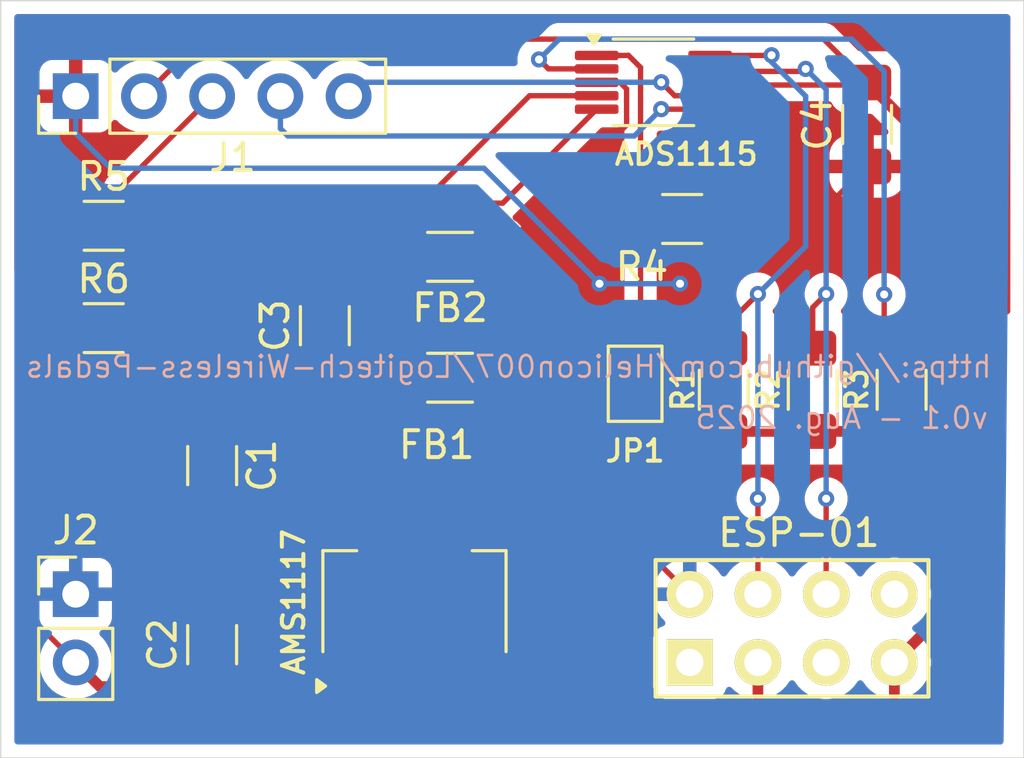
<source format=kicad_pcb>
(kicad_pcb (version 20241229) (generator "pcbnew") (generator_version "9.0")
  (title_block (title "ESPnow 4 channel AD Sender PCB") (date "2025-08-03") (rev "0.1"))
  (layers (0 "F.Cu" signal) (2 "B.Cu" signal) (13 "F.Paste" user) (15 "B.Paste" user) (5 "F.SilkS" user "F.Silkscreen") (7 "B.SilkS" user "B.Silkscreen") (1 "F.Mask" user) (3 "B.Mask" user) (25 "Edge.Cuts" user))
  (net 0 "")
  (net 1 "+3.3V")
  (net 2 "GND")
  (net 3 "+BATT")
  (net 4 "GNDREF")
  (net 5 "Net-(J1-Pin_2)")
  (net 6 "/Clutch")
  (net 7 "/Accerleration")
  (net 8 "/Brake")
  (net 9 "Net-(JP1-B)")
  (net 10 "Net-(U1-GPIO2)")
  (net 11 "Net-(U1-GPIO0)")
  (net 12 "Net-(U2-ALERT{slash}RDY)")
  (net 13 "/Vbat")
  (footprint "Resistor_SMD:R_1206_3216Metric_Pad1.30x1.75mm_HandSolder" (layer "F.Cu") (at 119.65 91.45 90)
    (property "Reference" "R3" (at 0 -1.667 90) (layer "F.SilkS") (effects (font (size 0.8 0.8))))
    (property "Value" "10k")
    (fp_line (start -0.727064 -0.91) (end 0.727064 -0.91) (stroke (width 0.12)) (layer "F.SilkS"))
    (fp_line (start -0.727064 0.91) (end 0.727064 0.91) (stroke (width 0.12)) (layer "F.SilkS"))
    (pad "1" smd roundrect (at -1.55 0 90) (size 1.3 1.75) (layers "F.Cu" "F.Mask" "F.Paste") (roundrect_rratio 0.192308) (net 5 "Net-(J1-Pin_2)"))
    (pad "2" smd roundrect (at 1.55 0 90) (size 1.3 1.75) (layers "F.Cu" "F.Mask" "F.Paste") (roundrect_rratio 0.192308) (net 12 "Net-(U2-ALERT{slash}RDY)"))
  )
  (footprint "Package_SO:MSOP-10_3x3mm_P0.5mm" (layer "F.Cu") (at 110.4095 80.002)
    (property "Reference" "ADS1115" (at 1.2235 2.675 0) (layer "F.SilkS") (effects (font (size 0.8 0.8))))
    (property "Value" "ADS1115IDGS")
    (fp_line (start 0 -1.61) (end -1.5 -1.61) (stroke (width 0.12)) (layer "F.SilkS"))
    (fp_line (start 0 -1.61) (end 1.5 -1.61) (stroke (width 0.12)) (layer "F.SilkS"))
    (fp_line (start 0 1.61) (end -1.5 1.61) (stroke (width 0.12)) (layer "F.SilkS"))
    (fp_line (start 0 1.61) (end 1.5 1.61) (stroke (width 0.12)) (layer "F.SilkS"))
    (fp_poly (pts (xy -2.2125 -1.435) (xy -2.4525 -1.765) (xy -1.9725 -1.765)) (stroke (width 0.12)) (fill yes) (layer "F.SilkS"))
    (pad "1" smd roundrect (at -2.1125 -1) (size 1.625 0.35) (layers "F.Cu" "F.Mask" "F.Paste") (net 9 "Net-(JP1-B)"))
    (pad "2" smd roundrect (at -2.1125 -0.5) (size 1.625 0.35) (layers "F.Cu" "F.Mask" "F.Paste") (net 12 "Net-(U2-ALERT{slash}RDY)"))
    (pad "3" smd roundrect (at -2.1125 0) (size 1.625 0.35) (layers "F.Cu" "F.Mask" "F.Paste") (net 4 "GNDREF"))
    (pad "4" smd roundrect (at -2.1125 0.5) (size 1.625 0.35) (layers "F.Cu" "F.Mask" "F.Paste") (net 13 "/Vbat"))
    (pad "5" smd roundrect (at -2.1125 1) (size 1.625 0.35) (layers "F.Cu" "F.Mask" "F.Paste") (net 7 "/Accerleration"))
    (pad "6" smd roundrect (at 2.1125 1) (size 1.625 0.35) (layers "F.Cu" "F.Mask" "F.Paste") (net 8 "/Brake"))
    (pad "7" smd roundrect (at 2.1125 0.5) (size 1.625 0.35) (layers "F.Cu" "F.Mask" "F.Paste") (net 6 "/Clutch"))
    (pad "8" smd roundrect (at 2.1125 0) (size 1.625 0.35) (layers "F.Cu" "F.Mask" "F.Paste") (net 5 "Net-(J1-Pin_2)"))
    (pad "9" smd roundrect (at 2.1125 -0.5) (size 1.625 0.35) (layers "F.Cu" "F.Mask" "F.Paste") (net 11 "Net-(U1-GPIO0)"))
    (pad "10" smd roundrect (at 2.1125 -1) (size 1.625 0.35) (layers "F.Cu" "F.Mask" "F.Paste") (net 10 "Net-(U1-GPIO2)"))
  )
  (footprint "Capacitor_SMD:C_1206_3216Metric_Pad1.33x1.80mm_HandSolder" (layer "F.Cu") (at 93.98 100.9375 90)
    (property "Reference" "C2" (at 0 -1.85 90) (layer "F.SilkS"))
    (property "Value" "10µF")
    (fp_line (start -0.711252 -0.91) (end 0.711252 -0.91) (stroke (width 0.12)) (layer "F.SilkS"))
    (fp_line (start -0.711252 0.91) (end 0.711252 0.91) (stroke (width 0.12)) (layer "F.SilkS"))
    (pad "1" smd roundrect (at -1.5625 0 90) (size 1.325 1.8) (layers "F.Cu" "F.Mask" "F.Paste") (roundrect_rratio 0.188679) (net 3 "+BATT"))
    (pad "2" smd roundrect (at 1.5625 0 90) (size 1.325 1.8) (layers "F.Cu" "F.Mask" "F.Paste") (roundrect_rratio 0.188679) (net 2 "GND"))
  )
  (footprint "Connector_PinHeader_2.54mm:PinHeader_1x05_P2.54mm_Vertical" (layer "F.Cu") (at 88.9 80.518 90)
    (property "Reference" "J1" (at -2.286 5.842 180) (layer "F.SilkS"))
    (property "Value" "Pedals")
    (fp_line (start -1.38 -1.38) (end 0 -1.38) (stroke (width 0.12)) (layer "F.SilkS"))
    (fp_line (start -1.38 0) (end -1.38 -1.38) (stroke (width 0.12)) (layer "F.SilkS"))
    (fp_line (start 1.38 1.27) (end 1.38 11.54) (stroke (width 0.12)) (layer "F.SilkS"))
    (fp_line (start -1.38 1.27) (end 1.38 1.27) (stroke (width 0.12)) (layer "F.SilkS"))
    (fp_line (start -1.38 1.27) (end -1.38 11.54) (stroke (width 0.12)) (layer "F.SilkS"))
    (fp_line (start -1.38 11.54) (end 1.38 11.54) (stroke (width 0.12)) (layer "F.SilkS"))
    (pad "1" thru_hole rect (at 0 0 90) (size 1.7 1.7) (drill 1) (layers "*.Cu" "*.Mask") (net 4 "GNDREF"))
    (pad "2" thru_hole circle (at 0 2.54 90) (size 1.7 1.7) (drill 1) (layers "*.Cu" "*.Mask") (net 5 "Net-(J1-Pin_2)"))
    (pad "3" thru_hole circle (at 0 5.08 90) (size 1.7 1.7) (drill 1) (layers "*.Cu" "*.Mask") (net 7 "/Accerleration"))
    (pad "4" thru_hole circle (at 0 7.62 90) (size 1.7 1.7) (drill 1) (layers "*.Cu" "*.Mask") (net 8 "/Brake"))
    (pad "5" thru_hole circle (at 0 10.16 90) (size 1.7 1.7) (drill 1) (layers "*.Cu" "*.Mask") (net 6 "/Clutch"))
  )
  (footprint "kicad-ESP8266:ESP-01" (layer "F.Cu") (at 111.76 101.6 90)
    (property "Reference" "ESP-01" (at 4.826 4.064 180) (layer "F.SilkS"))
    (property "Value" "ESP-01v090")
    (fp_line (start 3.81 -1.27) (end 1.27 -1.27) (stroke (width 0.1524)) (layer "F.SilkS"))
    (fp_line (start 1.27 -1.27) (end -1.27 -1.27) (stroke (width 0.1524)) (layer "F.SilkS"))
    (fp_line (start -1.27 -1.27) (end -1.27 1.27) (stroke (width 0.1524)) (layer "F.SilkS"))
    (fp_line (start -1.27 1.27) (end -1.27 8.89) (stroke (width 0.1524)) (layer "F.SilkS"))
    (fp_line (start 3.81 8.89) (end 3.81 -1.27) (stroke (width 0.1524)) (layer "F.SilkS"))
    (fp_line (start -1.27 8.89) (end 3.81 8.89) (stroke (width 0.1524)) (layer "F.SilkS"))
    (pad "1" thru_hole rect (at 0 0 90) (size 1.7272 1.7272) (drill 1.016) (layers "*.Cu" "*.Mask" "F.SilkS"))
    (pad "2" thru_hole oval (at 2.54 0 90) (size 1.7272 1.7272) (drill 1.016) (layers "*.Cu" "*.Mask" "F.SilkS") (net 2 "GND"))
    (pad "3" thru_hole oval (at 0 2.54 90) (size 1.7272 1.7272) (drill 1.016) (layers "*.Cu" "*.Mask" "F.SilkS") (net 5 "Net-(J1-Pin_2)"))
    (pad "4" thru_hole oval (at 2.54 2.54 90) (size 1.7272 1.7272) (drill 1.016) (layers "*.Cu" "*.Mask" "F.SilkS") (net 10 "Net-(U1-GPIO2)"))
    (pad "5" thru_hole oval (at 0 5.08 90) (size 1.7272 1.7272) (drill 1.016) (layers "*.Cu" "*.Mask" "F.SilkS"))
    (pad "6" thru_hole oval (at 2.54 5.08 90) (size 1.7272 1.7272) (drill 1.016) (layers "*.Cu" "*.Mask" "F.SilkS") (net 11 "Net-(U1-GPIO0)"))
    (pad "7" thru_hole oval (at 0 7.62 90) (size 1.7272 1.7272) (drill 1.016) (layers "*.Cu" "*.Mask" "F.SilkS") (net 5 "Net-(J1-Pin_2)"))
    (pad "8" thru_hole oval (at 2.54 7.62 90) (size 1.7272 1.7272) (drill 1.016) (layers "*.Cu" "*.Mask" "F.SilkS"))
  )
  (footprint "Connector_PinHeader_2.54mm:PinHeader_1x02_P2.54mm_Vertical" (layer "F.Cu") (at 88.9 99.06)
    (property "Reference" "J2" (at 0 -2.38 0) (layer "F.SilkS"))
    (property "Value" "Battery")
    (fp_line (start -1.38 -1.38) (end 0 -1.38) (stroke (width 0.12)) (layer "F.SilkS"))
    (fp_line (start -1.38 0) (end -1.38 -1.38) (stroke (width 0.12)) (layer "F.SilkS"))
    (fp_line (start -1.38 1.27) (end -1.38 3.92) (stroke (width 0.12)) (layer "F.SilkS"))
    (fp_line (start -1.38 1.27) (end 1.38 1.27) (stroke (width 0.12)) (layer "F.SilkS"))
    (fp_line (start -1.38 3.92) (end 1.38 3.92) (stroke (width 0.12)) (layer "F.SilkS"))
    (fp_line (start 1.38 1.27) (end 1.38 3.92) (stroke (width 0.12)) (layer "F.SilkS"))
    (pad "1" thru_hole rect (at 0 0) (size 1.7 1.7) (drill 1) (layers "*.Cu" "*.Mask") (net 2 "GND"))
    (pad "2" thru_hole circle (at 0 2.54) (size 1.7 1.7) (drill 1) (layers "*.Cu" "*.Mask") (net 3 "+BATT"))
  )
  (footprint "Resistor_SMD:R_1206_3216Metric_Pad1.30x1.75mm_HandSolder" (layer "F.Cu") (at 111.48 85.09)
    (property "Reference" "R4" (at -1.498 1.778 0) (layer "F.SilkS"))
    (property "Value" "10k")
    (fp_line (start -0.727064 -0.91) (end 0.727064 -0.91) (stroke (width 0.12)) (layer "F.SilkS"))
    (fp_line (start -0.727064 0.91) (end 0.727064 0.91) (stroke (width 0.12)) (layer "F.SilkS"))
    (pad "1" smd roundrect (at -1.55 0) (size 1.3 1.75) (layers "F.Cu" "F.Mask" "F.Paste") (roundrect_rratio 0.192308) (net 9 "Net-(JP1-B)"))
    (pad "2" smd roundrect (at 1.55 0) (size 1.3 1.75) (layers "F.Cu" "F.Mask" "F.Paste") (roundrect_rratio 0.192308) (net 4 "GNDREF"))
  )
  (footprint "Capacitor_SMD:C_1206_3216Metric_Pad1.33x1.80mm_HandSolder" (layer "F.Cu") (at 93.98 94.2725 -90)
    (property "Reference" "C1" (at 0 -1.85 90) (layer "F.SilkS"))
    (property "Value" "22µF")
    (fp_line (start -0.711252 0.91) (end 0.711252 0.91) (stroke (width 0.12)) (layer "F.SilkS"))
    (fp_line (start -0.711252 -0.91) (end 0.711252 -0.91) (stroke (width 0.12)) (layer "F.SilkS"))
    (pad "1" smd roundrect (at -1.5625 0 270) (size 1.325 1.8) (layers "F.Cu" "F.Mask" "F.Paste") (roundrect_rratio 0.188679) (net 1 "+3.3V"))
    (pad "2" smd roundrect (at 1.5625 0 270) (size 1.325 1.8) (layers "F.Cu" "F.Mask" "F.Paste") (roundrect_rratio 0.188679) (net 2 "GND"))
  )
  (footprint "Resistor_SMD:R_1206_3216Metric_Pad1.30x1.75mm_HandSolder" (layer "F.Cu") (at 116.34 91.45 90)
    (property "Reference" "R2" (at 0 -1.659 90) (layer "F.SilkS") (effects (font (size 0.8 0.8))))
    (property "Value" "10k")
    (fp_line (start -0.727064 -0.91) (end 0.727064 -0.91) (stroke (width 0.12)) (layer "F.SilkS"))
    (fp_line (start -0.727064 0.91) (end 0.727064 0.91) (stroke (width 0.12)) (layer "F.SilkS"))
    (pad "1" smd roundrect (at -1.55 0 90) (size 1.3 1.75) (layers "F.Cu" "F.Mask" "F.Paste") (roundrect_rratio 0.192308) (net 5 "Net-(J1-Pin_2)"))
    (pad "2" smd roundrect (at 1.55 0 90) (size 1.3 1.75) (layers "F.Cu" "F.Mask" "F.Paste") (roundrect_rratio 0.192308) (net 11 "Net-(U1-GPIO0)"))
  )
  (footprint "Capacitor_SMD:C_1206_3216Metric_Pad1.33x1.80mm_HandSolder" (layer "F.Cu") (at 98.175 89.0625 90)
    (property "Reference" "C3" (at 0 -1.85 90) (layer "F.SilkS"))
    (property "Value" "1µF")
    (fp_line (start -0.711252 -0.91) (end 0.711252 -0.91) (stroke (width 0.12)) (layer "F.SilkS"))
    (fp_line (start -0.711252 0.91) (end 0.711252 0.91) (stroke (width 0.12)) (layer "F.SilkS"))
    (pad "1" smd roundrect (at -1.5625 0 90) (size 1.325 1.8) (layers "F.Cu" "F.Mask" "F.Paste") (roundrect_rratio 0.188679) (net 1 "+3.3V"))
    (pad "2" smd roundrect (at 1.5625 0 90) (size 1.325 1.8) (layers "F.Cu" "F.Mask" "F.Paste") (roundrect_rratio 0.188679) (net 2 "GND"))
  )
  (footprint "Resistor_SMD:R_1206_3216Metric_Pad1.30x1.75mm_HandSolder" (layer "F.Cu") (at 113.03 91.45 90)
    (property "Reference" "R1" (at 0 -1.524 90) (layer "F.SilkS") (effects (font (size 0.8 0.8))))
    (property "Value" "10k")
    (fp_line (start -0.727064 -0.91) (end 0.727064 -0.91) (stroke (width 0.12)) (layer "F.SilkS"))
    (fp_line (start -0.727064 0.91) (end 0.727064 0.91) (stroke (width 0.12)) (layer "F.SilkS"))
    (pad "1" smd roundrect (at -1.55 0 90) (size 1.3 1.75) (layers "F.Cu" "F.Mask" "F.Paste") (roundrect_rratio 0.192308) (net 5 "Net-(J1-Pin_2)"))
    (pad "2" smd roundrect (at 1.55 0 90) (size 1.3 1.75) (layers "F.Cu" "F.Mask" "F.Paste") (roundrect_rratio 0.192308) (net 10 "Net-(U1-GPIO2)"))
  )
  (footprint "Inductor_SMD:L_1206_3216Metric_Pad1.22x1.90mm_HandSolder" (layer "F.Cu") (at 102.8375 86.5 180)
    (property "Reference" "FB2" (at 0 -1.9 0) (layer "F.SilkS"))
    (property "Value" "FerriteBead")
    (fp_line (start -0.835242 0.91) (end 0.835242 0.91) (stroke (width 0.12)) (layer "F.SilkS"))
    (fp_line (start -0.835242 -0.91) (end 0.835242 -0.91) (stroke (width 0.12)) (layer "F.SilkS"))
    (pad "1" smd roundrect (at -1.6625 0 180) (size 1.225 1.9) (layers "F.Cu" "F.Mask" "F.Paste") (roundrect_rratio 0.204082) (net 4 "GNDREF"))
    (pad "2" smd roundrect (at 1.6625 0 180) (size 1.225 1.9) (layers "F.Cu" "F.Mask" "F.Paste") (roundrect_rratio 0.204082) (net 2 "GND"))
  )
  (footprint "Resistor_SMD:R_1206_3216Metric_Pad1.30x1.75mm_HandSolder" (layer "F.Cu") (at 89.942 85.344)
    (property "Reference" "R5" (at 0 -1.83 0) (layer "F.SilkS"))
    (property "Value" "220k")
    (fp_line (start -0.727064 -0.91) (end 0.727064 -0.91) (stroke (width 0.12)) (layer "F.SilkS"))
    (fp_line (start -0.727064 0.91) (end 0.727064 0.91) (stroke (width 0.12)) (layer "F.SilkS"))
    (pad "1" smd roundrect (at -1.55 0) (size 1.3 1.75) (layers "F.Cu" "F.Mask" "F.Paste") (roundrect_rratio 0.192308) (net 4 "GNDREF"))
    (pad "2" smd roundrect (at 1.55 0) (size 1.3 1.75) (layers "F.Cu" "F.Mask" "F.Paste") (roundrect_rratio 0.192308) (net 13 "/Vbat"))
  )
  (footprint "Capacitor_SMD:C_1206_3216Metric_Pad1.33x1.80mm_HandSolder" (layer "F.Cu") (at 118.364 81.5725 90)
    (property "Reference" "C4" (at 0 -1.85 90) (layer "F.SilkS"))
    (property "Value" "1µF")
    (fp_line (start -0.711252 -0.91) (end 0.711252 -0.91) (stroke (width 0.12)) (layer "F.SilkS"))
    (fp_line (start -0.711252 0.91) (end 0.711252 0.91) (stroke (width 0.12)) (layer "F.SilkS"))
    (pad "1" smd roundrect (at -1.5625 0 90) (size 1.325 1.8) (layers "F.Cu" "F.Mask" "F.Paste") (roundrect_rratio 0.188679) (net 4 "GNDREF"))
    (pad "2" smd roundrect (at 1.5625 0 90) (size 1.325 1.8) (layers "F.Cu" "F.Mask" "F.Paste") (roundrect_rratio 0.188679) (net 5 "Net-(J1-Pin_2)"))
  )
  (footprint "Package_TO_SOT_SMD:SOT-223-3_TabPin2" (layer "F.Cu") (at 101.5125 99.35 90)
    (property "Reference" "AMS1117" (at 0 -4.5 90) (layer "F.SilkS") (effects (font (size 0.8 0.8))))
    (property "Value" "AMS1117-3.3")
    (fp_line (start 1.91 -3.41) (end 1.91 -2.15) (stroke (width 0.12)) (layer "F.SilkS"))
    (fp_line (start -1.85 -3.41) (end 1.91 -3.41) (stroke (width 0.12)) (layer "F.SilkS"))
    (fp_line (start 1.91 3.41) (end 1.91 2.15) (stroke (width 0.12)) (layer "F.SilkS"))
    (fp_line (start -1.85 3.41) (end 1.91 3.41) (stroke (width 0.12)) (layer "F.SilkS"))
    (fp_poly (pts (xy -3.13 -3.31) (xy -3.37 -3.64) (xy -2.89 -3.64) (xy -3.13 -3.31)) (stroke (width 0.12)) (fill yes) (layer "F.SilkS"))
    (pad "1" smd roundrect (at -3.15 -2.3 90) (size 2 1.5) (layers "F.Cu" "F.Mask" "F.Paste") (net 2 "GND"))
    (pad "2" smd roundrect (at -3.15 0 90) (size 2 1.5) (layers "F.Cu" "F.Mask" "F.Paste") (net 1 "+3.3V"))
    (pad "2" smd roundrect (at 3.15 0 90) (size 2 3.8) (layers "F.Cu" "F.Mask" "F.Paste") (net 1 "+3.3V"))
    (pad "3" smd roundrect (at -3.15 2.3 90) (size 2 1.5) (layers "F.Cu" "F.Mask" "F.Paste") (net 3 "+BATT"))
  )
  (footprint "Jumper:SolderJumper-2_P1.3mm_Open_TrianglePad1.0x1.5mm" (layer "F.Cu") (at 109.728 91.225 90)
    (property "Reference" "JP1" (at -2.501 0 180) (layer "F.SilkS") (effects (font (size 0.8 0.8))))
    (property "Value" "addr")
    (fp_line (start 1.4 -1) (end 1.4 1) (stroke (width 0.12)) (layer "F.SilkS"))
    (fp_line (start -1.4 -1) (end 1.4 -1) (stroke (width 0.12)) (layer "F.SilkS"))
    (fp_line (start 1.4 1) (end -1.4 1) (stroke (width 0.12)) (layer "F.SilkS"))
    (fp_line (start -1.4 1) (end -1.4 -1) (stroke (width 0.12)) (layer "F.SilkS"))
    (pad "1" smd custom (at -0.725 0 90) (size 0.3 0.3) (layers "F.Cu" "F.Mask") (net 5 "Net-(J1-Pin_2)") (options (clearance outline) (anchor rect)) (primitives (gr_poly (pts (xy 1 0) (xy 0.5 0.75) (xy -0.5 0.75) (xy -0.5 -0.75) (xy 0.5 -0.75)) (width 0) (fill yes))))
    (pad "2" smd custom (at 0.725 0 90) (size 0.3 0.3) (layers "F.Cu" "F.Mask") (net 9 "Net-(JP1-B)") (options (clearance outline) (anchor rect)) (primitives (gr_poly (pts (xy 0.5 0.75) (xy -0.65 0.75) (xy -0.15 0) (xy -0.65 -0.75) (xy 0.5 -0.75)) (width 0) (fill yes))))
  )
  (footprint "Inductor_SMD:L_1206_3216Metric_Pad1.22x1.90mm_HandSolder" (layer "F.Cu") (at 102.8375 91 180)
    (property "Reference" "FB1" (at 0.5 -2.5 0) (layer "F.SilkS"))
    (property "Value" "FerriteBead")
    (fp_line (start -0.835242 0.91) (end 0.835242 0.91) (stroke (width 0.12)) (layer "F.SilkS"))
    (fp_line (start -0.835242 -0.91) (end 0.835242 -0.91) (stroke (width 0.12)) (layer "F.SilkS"))
    (pad "1" smd roundrect (at -1.6625 0 180) (size 1.225 1.9) (layers "F.Cu" "F.Mask" "F.Paste") (roundrect_rratio 0.204082) (net 5 "Net-(J1-Pin_2)"))
    (pad "2" smd roundrect (at 1.6625 0 180) (size 1.225 1.9) (layers "F.Cu" "F.Mask" "F.Paste") (roundrect_rratio 0.204082) (net 1 "+3.3V"))
  )
  (footprint "Resistor_SMD:R_1206_3216Metric_Pad1.30x1.75mm_HandSolder" (layer "F.Cu") (at 89.942 89.154)
    (property "Reference" "R6" (at 0 -1.83 0) (layer "F.SilkS"))
    (property "Value" "100k")
    (fp_line (start -0.727064 -0.91) (end 0.727064 -0.91) (stroke (width 0.12)) (layer "F.SilkS"))
    (fp_line (start -0.727064 0.91) (end 0.727064 0.91) (stroke (width 0.12)) (layer "F.SilkS"))
    (pad "1" smd roundrect (at -1.55 0) (size 1.3 1.75) (layers "F.Cu" "F.Mask" "F.Paste") (roundrect_rratio 0.192308) (net 3 "+BATT"))
    (pad "2" smd roundrect (at 1.55 0) (size 1.3 1.75) (layers "F.Cu" "F.Mask" "F.Paste") (roundrect_rratio 0.192308) (net 13 "/Vbat"))
  )
  (gr_rect (start 86.106 76.962) (end 124.206 105.156) (stroke (width 0.05)) (fill no) (layer "Edge.Cuts"))
  (gr_text "v0.1 - Aug. 2025" (at 122.936 92.964 0) (layer "B.SilkS") (effects (font (size 0.8 0.8) (thickness 0.1)) (justify left bottom mirror)))
  (gr_text "https://github.com/Helicon007/Logitech-Wireless-Pedals" (at 123.063 91.059 0) (layer "B.SilkS") (effects (font (size 0.8 0.8) (thickness 0.1)) (justify left bottom mirror)))
  (segment (start 101.5125 96.2) (end 101.5125 91.3375) (width 0.4) (layer "F.Cu") (net 1))
  (segment (start 98.175 90.625) (end 95.303 90.625) (width 0.4) (layer "F.Cu") (net 1))
  (segment (start 101.175 91) (end 101.024 91) (width 0.2) (layer "F.Cu") (net 1))
  (segment (start 101.024 91) (end 100.649 90.625) (width 0.2) (layer "F.Cu") (net 1))
  (segment (start 93.98 91.948) (end 93.98 92.71) (width 0.4) (layer "F.Cu") (net 1))
  (segment (start 101.5125 91.3375) (end 101.175 91) (width 0.2) (layer "F.Cu") (net 1))
  (segment (start 95.303 90.625) (end 93.98 91.948) (width 0.4) (layer "F.Cu") (net 1))
  (segment (start 101.5125 102.5) (end 101.5125 96.2) (width 0.4) (layer "F.Cu") (net 1))
  (segment (start 100.649 90.625) (end 98.175 90.625) (width 0.4) (layer "F.Cu") (net 1))
  (segment (start 88.9 99.06) (end 93.665 99.06) (width 0.2) (layer "F.Cu") (net 2))
  (segment (start 97.34134 87.5) (end 92.779 92.06234) (width 0.2) (layer "F.Cu") (net 2))
  (segment (start 101.175 86.5) (end 100.175 87.5) (width 0.2) (layer "F.Cu") (net 2))
  (segment (start 92.779 94.634) (end 93.98 95.835) (width 0.2) (layer "F.Cu") (net 2))
  (segment (start 101.175 87.775) (end 102.9 89.5) (width 0.2) (layer "F.Cu") (net 2))
  (segment (start 100.175 87.5) (end 98.175 87.5) (width 0.2) (layer "F.Cu") (net 2))
  (segment (start 102.9 93) (end 103.7 93.8) (width 0.2) (layer "F.Cu") (net 2))
  (segment (start 92.779 92.06234) (end 92.779 94.634) (width 0.2) (layer "F.Cu") (net 2))
  (segment (start 101.175 86.5) (end 101.175 87.775) (width 0.2) (layer "F.Cu") (net 2))
  (segment (start 106.5 93.8) (end 111.76 99.06) (width 0.2) (layer "F.Cu") (net 2))
  (segment (start 93.665 99.06) (end 93.98 99.375) (width 0.2) (layer "F.Cu") (net 2))
  (segment (start 96.0875 99.375) (end 99.2125 102.5) (width 0.2) (layer "F.Cu") (net 2))
  (segment (start 102.9 89.5) (end 102.9 93) (width 0.2) (layer "F.Cu") (net 2))
  (segment (start 103.7 93.8) (end 106.5 93.8) (width 0.2) (layer "F.Cu") (net 2))
  (segment (start 93.98 99.375) (end 93.98 95.835) (width 0.2) (layer "F.Cu") (net 2))
  (segment (start 93.98 99.375) (end 96.0875 99.375) (width 0.2) (layer "F.Cu") (net 2))
  (segment (start 98.175 87.5) (end 97.34134 87.5) (width 0.2) (layer "F.Cu") (net 2))
  (segment (start 94.742 104.394) (end 103.124 104.394) (width 0.4) (layer "F.Cu") (net 3))
  (segment (start 89.8 102.5) (end 93.98 102.5) (width 0.4) (layer "F.Cu") (net 3))
  (segment (start 103.124 104.394) (end 103.8125 103.7055) (width 0.4) (layer "F.Cu") (net 3))
  (segment (start 103.8125 103.7055) (end 103.8125 102.5) (width 0.4) (layer "F.Cu") (net 3))
  (segment (start 93.98 102.5) (end 93.98 103.632) (width 0.4) (layer "F.Cu") (net 3))
  (segment (start 93.98 103.632) (end 94.742 104.394) (width 0.4) (layer "F.Cu") (net 3))
  (segment (start 88.9 101.6) (end 87.122 99.822) (width 0.2) (layer "F.Cu") (net 3))
  (segment (start 87.122 90.424) (end 88.392 89.154) (width 0.2) (layer "F.Cu") (net 3))
  (segment (start 88.9 101.6) (end 89.8 102.5) (width 0.4) (layer "F.Cu") (net 3))
  (segment (start 87.122 99.822) (end 87.122 90.424) (width 0.2) (layer "F.Cu") (net 3))
  (segment (start 111.4 87.5) (end 113.03 85.87) (width 0.2) (layer "F.Cu") (net 4))
  (segment (start 88.9 84.836) (end 88.392 85.344) (width 0.2) (layer "F.Cu") (net 4))
  (segment (start 113.03 85.87) (end 113.03 85.09) (width 0.2) (layer "F.Cu") (net 4))
  (segment (start 113.03 85.09) (end 116.409 85.09) (width 0.2) (layer "F.Cu") (net 4))
  (segment (start 104.5 86.5) (end 109.4105 81.5895) (width 0.2) (layer "F.Cu") (net 4))
  (segment (start 109.4105 81.5895) (end 109.4105 80.251152) (width 0.2) (layer "F.Cu") (net 4))
  (segment (start 109.4105 80.251152) (end 109.161348 80.002) (width 0.2) (layer "F.Cu") (net 4))
  (segment (start 88.9 80.518) (end 88.9 84.836) (width 0.2) (layer "F.Cu") (net 4))
  (segment (start 116.409 85.09) (end 118.364 83.135) (width 0.2) (layer "F.Cu") (net 4))
  (segment (start 109.161348 80.002) (end 108.297 80.002) (width 0.2) (layer "F.Cu") (net 4))
  (segment (start 104.5 86.5) (end 105.5 87.5) (width 0.2) (layer "F.Cu") (net 4))
  (segment (start 105.5 87.5) (end 108.4 87.5) (width 0.2) (layer "F.Cu") (net 4))
  (via (at 108.4 87.5) (size 0.6) (drill 0.3) (layers "F.Cu" "B.Cu") (net 4))
  (via (at 111.4 87.5) (size 0.6) (drill 0.3) (layers "F.Cu" "B.Cu") (net 4))
  (segment (start 108.4 87.5) (end 111.4 87.5) (width 0.2) (layer "B.Cu") (net 4))
  (segment (start 104.1 83.2) (end 90.2 83.2) (width 0.2) (layer "B.Cu") (net 4))
  (segment (start 88.9 81.9) (end 88.9 80.518) (width 0.2) (layer "B.Cu") (net 4))
  (segment (start 90.2 83.2) (end 88.9 81.9) (width 0.2) (layer "B.Cu") (net 4))
  (segment (start 108.4 87.5) (end 104.1 83.2) (width 0.2) (layer "B.Cu") (net 4))
  (segment (start 118.271 80.103) (end 113.487348 80.103) (width 0.2) (layer "F.Cu") (net 5))
  (segment (start 114.3 102.87) (end 114.808 103.378) (width 0.4) (layer "F.Cu") (net 5))
  (segment (start 118.872 103.378) (end 119.38 102.87) (width 0.4) (layer "F.Cu") (net 5))
  (segment (start 93.565 78.393) (end 91.44 80.518) (width 0.2) (layer "F.Cu") (net 5))
  (segment (start 118.364 80.01) (end 118.271 80.103) (width 0.2) (layer "F.Cu") (net 5))
  (segment (start 104.5 91) (end 105.45 91.95) (width 0.4) (layer "F.Cu") (net 5))
  (segment (start 113.487348 80.103) (end 113.386348 80.002) (width 0.2) (layer "F.Cu") (net 5))
  (segment (start 121.412 94.762) (end 121.412 83.058) (width 0.4) (layer "F.Cu") (net 5))
  (segment (start 119.65 93) (end 121.412 94.762) (width 0.4) (layer "F.Cu") (net 5))
  (segment (start 118.364 80.01) (end 116.747 78.393) (width 0.2) (layer "F.Cu") (net 5))
  (segment (start 114.3 101.6) (end 114.3 102.87) (width 0.4) (layer "F.Cu") (net 5))
  (segment (start 113.03 93) (end 116.34 93) (width 0.4) (layer "F.Cu") (net 5))
  (segment (start 116.747 78.393) (end 93.565 78.393) (width 0.2) (layer "F.Cu") (net 5))
  (segment (start 121.412 83.058) (end 118.364 80.01) (width 0.4) (layer "F.Cu") (net 5))
  (segment (start 110.78 93) (end 113.03 93) (width 0.4) (layer "F.Cu") (net 5))
  (segment (start 121.412 99.568) (end 119.38 101.6) (width 0.4) (layer "F.Cu") (net 5))
  (segment (start 119.38 102.87) (end 119.38 101.6) (width 0.4) (layer "F.Cu") (net 5))
  (segment (start 109.22 91.95) (end 110.234 92.964) (width 0.4) (layer "F.Cu") (net 5))
  (segment (start 116.34 93) (end 119.65 93) (width 0.4) (layer "F.Cu") (net 5))
  (segment (start 110.744 92.964) (end 110.78 93) (width 0.4) (layer "F.Cu") (net 5))
  (segment (start 114.808 103.378) (end 118.872 103.378) (width 0.4) (layer "F.Cu") (net 5))
  (segment (start 105.45 91.95) (end 109.22 91.95) (width 0.4) (layer "F.Cu") (net 5))
  (segment (start 110.234 92.964) (end 110.744 92.964) (width 0.4) (layer "F.Cu") (net 5))
  (segment (start 113.386348 80.002) (end 112.522 80.002) (width 0.2) (layer "F.Cu") (net 5))
  (segment (start 121.412 94.762) (end 121.412 99.568) (width 0.4) (layer "F.Cu") (net 5))
  (segment (start 111.202 80.502) (end 110.7 80) (width 0.2) (layer "F.Cu") (net 6))
  (segment (start 112.522 80.502) (end 111.202 80.502) (width 0.2) (layer "F.Cu") (net 6))
  (via (at 110.7 80) (size 0.6) (drill 0.3) (layers "F.Cu" "B.Cu") (net 6))
  (segment (start 99.578 80) (end 99.06 80.518) (width 0.2) (layer "B.Cu") (net 6))
  (segment (start 110.7 80) (end 99.578 80) (width 0.2) (layer "B.Cu") (net 6))
  (segment (start 90.541 83.957) (end 90.541 90.01416) (width 0.2) (layer "F.Cu") (net 7))
  (segment (start 93.98 80.518) (end 90.541 83.957) (width 0.2) (layer "F.Cu") (net 7))
  (segment (start 90.541 90.01416) (end 90.85684 90.33) (width 0.2) (layer "F.Cu") (net 7))
  (segment (start 97.95616 84.501) (end 104.798 84.501) (width 0.2) (layer "F.Cu") (net 7))
  (segment (start 90.85684 90.33) (end 92.12716 90.33) (width 0.2) (layer "F.Cu") (net 7))
  (segment (start 92.12716 90.33) (end 97.95616 84.501) (width 0.2) (layer "F.Cu") (net 7))
  (segment (start 104.798 84.501) (end 108.297 81.002) (width 0.2) (layer "F.Cu") (net 7))
  (segment (start 110.702 81.002) (end 110.7 81) (width 0.2) (layer "F.Cu") (net 8))
  (segment (start 112.522 81.002) (end 110.702 81.002) (width 0.2) (layer "F.Cu") (net 8))
  (via (at 110.7 81) (size 0.6) (drill 0.3) (layers "F.Cu" "B.Cu") (net 8))
  (segment (start 110.7 81) (end 109.7 82) (width 0.2) (layer "B.Cu") (net 8))
  (segment (start 96.52 81.72) (end 96.52 80.518) (width 0.2) (layer "B.Cu") (net 8))
  (segment (start 109.7 82) (end 96.8 82) (width 0.2) (layer "B.Cu") (net 8))
  (segment (start 96.8 82) (end 96.52 81.72) (width 0.2) (layer "B.Cu") (net 8))
  (segment (start 109.93 89.79) (end 109.93 85.09) (width 0.2) (layer "F.Cu") (net 9))
  (segment (start 109.474 78.994) (end 109.93 79.45) (width 0.2) (layer "F.Cu") (net 9))
  (segment (start 109.93 79.45) (end 109.93 85.09) (width 0.2) (layer "F.Cu") (net 9))
  (segment (start 109.22 90.5) (end 109.93 89.79) (width 0.2) (layer "F.Cu") (net 9))
  (segment (start 109.466 79.002) (end 109.474 78.994) (width 0.2) (layer "F.Cu") (net 9))
  (segment (start 108.297 79.002) (end 109.466 79.002) (width 0.2) (layer "F.Cu") (net 9))
  (segment (start 113.03 89.154) (end 114.3 87.884) (width 0.2) (layer "F.Cu") (net 10))
  (segment (start 113.03 89.9) (end 113.03 89.154) (width 0.2) (layer "F.Cu") (net 10))
  (segment (start 114.8 79.002) (end 112.522 79.002) (width 0.2) (layer "F.Cu") (net 10))
  (segment (start 114.3 99.06) (end 114.3 95.504) (width 0.2) (layer "F.Cu") (net 10))
  (segment (start 114.808 78.994) (end 114.8 79.002) (width 0.2) (layer "F.Cu") (net 10))
  (via (at 114.3 87.884) (size 0.6) (drill 0.3) (layers "F.Cu" "B.Cu") (net 10))
  (via (at 114.3 95.504) (size 0.6) (drill 0.3) (layers "F.Cu" "B.Cu") (net 10))
  (via (at 114.808 78.994) (size 0.6) (drill 0.3) (layers "F.Cu" "B.Cu") (net 10))
  (segment (start 116.078 86.106) (end 116.078 80.518) (width 0.2) (layer "B.Cu") (net 10))
  (segment (start 114.3 95.504) (end 114.3 87.884) (width 0.2) (layer "B.Cu") (net 10))
  (segment (start 114.3 87.884) (end 116.078 86.106) (width 0.2) (layer "B.Cu") (net 10))
  (segment (start 116.078 80.518) (end 114.808 79.248) (width 0.2) (layer "B.Cu") (net 10))
  (segment (start 114.808 79.248) (end 114.808 78.994) (width 0.2) (layer "B.Cu") (net 10))
  (segment (start 115.985 79.595) (end 113.479348 79.595) (width 0.2) (layer "F.Cu") (net 11))
  (segment (start 113.386348 79.502) (end 112.522 79.502) (width 0.2) (layer "F.Cu") (net 11))
  (segment (start 116.34 89.9) (end 116.34 88.384) (width 0.2) (layer "F.Cu") (net 11))
  (segment (start 113.479348 79.595) (end 113.386348 79.502) (width 0.2) (layer "F.Cu") (net 11))
  (segment (start 116.078 79.502) (end 115.985 79.595) (width 0.2) (layer "F.Cu") (net 11))
  (segment (start 116.34 88.384) (end 116.84 87.884) (width 0.2) (layer "F.Cu") (net 11))
  (segment (start 116.84 99.06) (end 116.84 95.504) (width 0.2) (layer "F.Cu") (net 11))
  (via (at 116.84 87.884) (size 0.6) (drill 0.3) (layers "F.Cu" "B.Cu") (net 11))
  (via (at 116.84 95.504) (size 0.6) (drill 0.3) (layers "F.Cu" "B.Cu") (net 11))
  (via (at 116.078 79.502) (size 0.6) (drill 0.3) (layers "F.Cu" "B.Cu") (net 11))
  (segment (start 116.84 87.884) (end 116.84 80.264) (width 0.2) (layer "B.Cu") (net 11))
  (segment (start 116.84 80.264) (end 116.078 79.502) (width 0.2) (layer "B.Cu") (net 11))
  (segment (start 116.84 95.504) (end 116.84 87.884) (width 0.2) (layer "B.Cu") (net 11))
  (segment (start 106.502 79.502) (end 106.15 79.15) (width 0.2) (layer "F.Cu") (net 12))
  (segment (start 119 89.25) (end 119 87.9) (width 0.2) (layer "F.Cu") (net 12))
  (segment (start 119.65 89.9) (end 119 89.25) (width 0.2) (layer "F.Cu") (net 12))
  (segment (start 108.297 79.502) (end 106.502 79.502) (width 0.2) (layer "F.Cu") (net 12))
  (via (at 119 87.9) (size 0.6) (drill 0.3) (layers "F.Cu" "B.Cu") (net 12))
  (via (at 106.15 79.15) (size 0.6) (drill 0.3) (layers "F.Cu" "B.Cu") (net 12))
  (segment (start 106.907 78.393) (end 106.15 79.15) (width 0.2) (layer "B.Cu") (net 12))
  (segment (start 106.15 79.15) (end 106.1 79.2) (width 0.2) (layer "B.Cu") (net 12))
  (segment (start 119 87.9) (end 119 79.6) (width 0.2) (layer "B.Cu") (net 12))
  (segment (start 117.793 78.393) (end 106.907 78.393) (width 0.2) (layer "B.Cu") (net 12))
  (segment (start 119 79.6) (end 117.793 78.393) (width 0.2) (layer "B.Cu") (net 12))
  (segment (start 91.492 89.154) (end 91.492 85.344) (width 0.2) (layer "F.Cu") (net 13))
  (segment (start 96.1 84.1) (end 102.2 84.1) (width 0.2) (layer "F.Cu") (net 13))
  (segment (start 102.2 84.1) (end 105.798 80.502) (width 0.2) (layer "F.Cu") (net 13))
  (segment (start 91.492 85.344) (end 94.856 85.344) (width 0.2) (layer "F.Cu") (net 13))
  (segment (start 94.856 85.344) (end 96.1 84.1) (width 0.2) (layer "F.Cu") (net 13))
  (segment (start 105.798 80.502) (end 108.297 80.502) (width 0.2) (layer "F.Cu") (net 13))
  (zone (net 2) (net_name "GND") (layer "F.Cu") (connect_pads (clearance 0.5)) (min_thickness 0.25) (fill yes (thermal_gap 0.5) (thermal_bridge_width 0.5) (smoothing chamfer))
    (polygon (pts (xy 87.376 90.678) (xy 92.202 90.678) (xy 98.044 84.836) (xy 103.378 84.836) (xy 103.378 92.71) (xy 107.442 92.71) (xy 109.728 94.234) (xy 123.444 94.234) (xy 123.444 104.902) (xy 87.376 104.902)))
  )
  (zone (net 4) (net_name "GNDREF") (layer "F.Cu") (priority 1) (connect_pads (clearance 0.5)) (min_thickness 0.25) (fill yes (thermal_gap 0.5) (thermal_bridge_width 0.5) (smoothing chamfer))
    (polygon (pts (xy 103.886 88.646) (xy 103.886 84.328) (xy 97.282 84.328) (xy 94.742 87.122) (xy 86.614 87.122) (xy 86.614 77.216) (xy 123.698 77.216) (xy 123.698 88.646)))
  )
  (zone (net 2) (net_name "GND") (layer "B.Cu") (priority 2) (connect_pads (clearance 0.5)) (min_thickness 0.25) (fill yes (thermal_gap 0.5) (thermal_bridge_width 0.5))
    (polygon (pts (xy 86.614 77.216) (xy 123.698 77.216) (xy 123.444 104.902) (xy 86.614 104.902)))
  )
)
</source>
